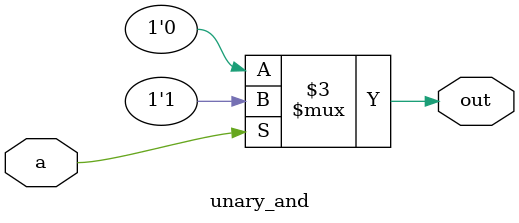
<source format=v>
module unary_and(
    input wire a,
    output wire out
);

    always @(*) begin
        case (a)
            1'b0: out = 1'b0;
            default: out = 1'b1;
        endcase
    end

endmodule

</source>
